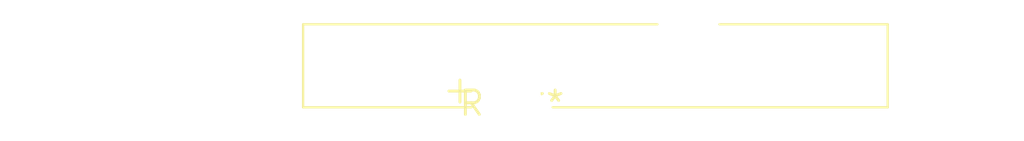
<source format=kicad_pcb>
(kicad_pcb (version 20240108) (generator pcbnew)
  (layers (0 "F.Cu" signal) (31 "B.Cu" signal) (34 "B.Paste" user) (35 "F.Paste" user) (36 "B.SilkS" user "B.Silkscreen") (37 "F.SilkS" user "F.Silkscreen") (38 "B.Mask" user) (39 "F.Mask" user) (44 "Edge.Cuts" user))
  (net 0 "")
  (footprint "Battery_Panasonic_CR3032-VCN_Vertical_CircularHoles" (layer "F.Cu") (at 0 0)
    (property "Reference" "REF**")
    (property "Value" "Battery_Panasonic_CR3032-VCN_Vertical_CircularHoles")
    (fp_line (start -10.835 -4.11) (end -10.835 0.21) (layer "F.SilkS") (stroke (width 0.12)))
    (fp_line (start -10.835 -4.11) (end 7.54 -4.11) (layer "F.SilkS") (stroke (width 0.12)))
    (fp_line (start -10.835 0.21) (end -2.11 0.21) (layer "F.SilkS") (stroke (width 0.12)))
    (fp_line (start 2.11 0.21) (end 19.485 0.21) (layer "F.SilkS") (stroke (width 0.12)))
    (fp_line (start 10.76 -4.11) (end 19.485 -4.11) (layer "F.SilkS") (stroke (width 0.12)))
    (fp_line (start 19.485 -4.11) (end 19.485 0.21) (layer "F.SilkS") (stroke (width 0.12)))
    (fp_text user "+" (at -2.7 -0.75 0) (layer "F.SilkS") (effects (font (size 1.5 1.5))))
    (pad "1" thru_hole rect (at 0 0) (size 3.7 3.7) (drill 3.12) (layers *.Cu *.Mask) (remove_unused_layers))
    (pad "2" thru_hole circle (at 9.15 -3.9) (size 2.7 2.7) (drill 2.12) (layers *.Cu *.Mask) (remove_unused_layers))
  )
)
</source>
